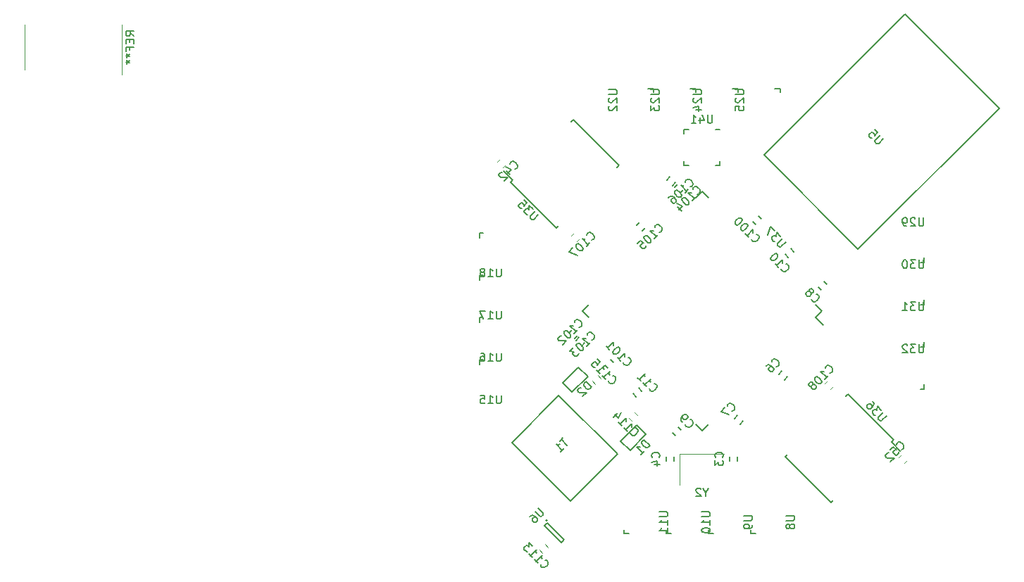
<source format=gbr>
G04 #@! TF.FileFunction,Legend,Bot*
%FSLAX46Y46*%
G04 Gerber Fmt 4.6, Leading zero omitted, Abs format (unit mm)*
G04 Created by KiCad (PCBNEW 4.0.6-e0-6349~53~ubuntu14.04.1) date Mon Mar 20 16:46:31 2017*
%MOMM*%
%LPD*%
G01*
G04 APERTURE LIST*
%ADD10C,0.100000*%
%ADD11C,0.150000*%
%ADD12C,0.120000*%
G04 APERTURE END LIST*
D10*
D11*
X-23015382Y15484695D02*
X-22764359Y15735718D01*
X-17535305Y10004618D02*
X-17284282Y10255641D01*
X-10004618Y17535305D02*
X-10255641Y17284282D01*
X-15484695Y23015382D02*
X-15735718Y22764359D01*
X-23015382Y15484695D02*
X-17535305Y10004618D01*
X-15484695Y23015382D02*
X-10004618Y17535305D01*
X-22764359Y15735718D02*
X-23842697Y16814056D01*
X-2150000Y21835000D02*
X-2150000Y21310000D01*
X2150000Y17535000D02*
X2150000Y18060000D01*
X-2150000Y17535000D02*
X-2150000Y18060000D01*
X2150000Y21835000D02*
X1625000Y21835000D01*
X2150000Y17535000D02*
X1625000Y17535000D01*
X-2150000Y17535000D02*
X-1625000Y17535000D01*
X-2150000Y21835000D02*
X-1625000Y21835000D01*
X-15802893Y-22873961D02*
X-22873961Y-15802893D01*
X-22873961Y-15802893D02*
X-17217107Y-10146039D01*
X-17217107Y-10146039D02*
X-10146039Y-17217107D01*
X-10146039Y-17217107D02*
X-15802893Y-22873961D01*
X14389623Y0D02*
X13647161Y-742462D01*
X0Y14389623D02*
X-742462Y13647161D01*
X-14389623Y0D02*
X-13647161Y742462D01*
X0Y-14389623D02*
X742462Y-13647161D01*
X14389623Y0D02*
X13647161Y742462D01*
X0Y-14389623D02*
X-742462Y-13647161D01*
X-14389623Y0D02*
X-13647161Y-742462D01*
X0Y14389623D02*
X742462Y13647161D01*
X13647161Y-742462D02*
X14566400Y-1661701D01*
X23015382Y-15484695D02*
X22764359Y-15735718D01*
X17535305Y-10004618D02*
X17284282Y-10255641D01*
X10004618Y-17535305D02*
X10255641Y-17284282D01*
X15484695Y-23015382D02*
X15735718Y-22764359D01*
X23015382Y-15484695D02*
X17535305Y-10004618D01*
X15484695Y-23015382D02*
X10004618Y-17535305D01*
X22764359Y-15735718D02*
X23842697Y-16814056D01*
X35732136Y24418427D02*
X24418427Y35732136D01*
X24418427Y35732136D02*
X7447864Y18761573D01*
X7447864Y18761573D02*
X18761573Y7447864D01*
X18761573Y7447864D02*
X35732136Y24418427D01*
X3335000Y-18030000D02*
X3335000Y-17530000D01*
X4285000Y-17530000D02*
X4285000Y-18030000D01*
X-4285000Y-18030000D02*
X-4285000Y-17530000D01*
X-3335000Y-17530000D02*
X-3335000Y-18030000D01*
X6459220Y-26730960D02*
X5849620Y-26730960D01*
X5849620Y-26730960D02*
X5839460Y-26299160D01*
X1379220Y-26730960D02*
X769620Y-26730960D01*
X769620Y-26730960D02*
X759460Y-26299160D01*
X-3700780Y-26730960D02*
X-4310380Y-26730960D01*
X-4310380Y-26730960D02*
X-4320540Y-26299160D01*
X-26730960Y-6459220D02*
X-26730960Y-5849620D01*
X-26730960Y-5849620D02*
X-26299160Y-5839460D01*
X-26730960Y-1379220D02*
X-26730960Y-769620D01*
X-26730960Y-769620D02*
X-26299160Y-759460D01*
X-26730960Y3700780D02*
X-26730960Y4310380D01*
X-26730960Y4310380D02*
X-26299160Y4320540D01*
X-26730960Y8780780D02*
X-26730960Y9390380D01*
X-26730960Y9390380D02*
X-26299160Y9400540D01*
X-6459220Y26730960D02*
X-5849620Y26730960D01*
X-5849620Y26730960D02*
X-5839460Y26299160D01*
X-1379220Y26730960D02*
X-769620Y26730960D01*
X-769620Y26730960D02*
X-759460Y26299160D01*
X3700780Y26730960D02*
X4310380Y26730960D01*
X4310380Y26730960D02*
X4320540Y26299160D01*
X8780780Y26730960D02*
X9390380Y26730960D01*
X9390380Y26730960D02*
X9400540Y26299160D01*
X26730960Y6459220D02*
X26730960Y5849620D01*
X26730960Y5849620D02*
X26299160Y5839460D01*
X26730960Y1379220D02*
X26730960Y769620D01*
X26730960Y769620D02*
X26299160Y759460D01*
X26730960Y-3700780D02*
X26730960Y-4310380D01*
X26730960Y-4310380D02*
X26299160Y-4320540D01*
X26730960Y-8780780D02*
X26730960Y-9390380D01*
X26730960Y-9390380D02*
X26299160Y-9400540D01*
X6444901Y10409348D02*
X6091348Y10762901D01*
X6763099Y11434652D02*
X7116652Y11081099D01*
X-11016901Y-5837348D02*
X-10663348Y-6190901D01*
X-11335099Y-6862652D02*
X-11688652Y-6509099D01*
X-15117652Y-3523901D02*
X-14764099Y-3170348D01*
X-14092348Y-3842099D02*
X-14445901Y-4195652D01*
X-14981348Y-2953099D02*
X-15334901Y-3306652D01*
X-16006652Y-2634901D02*
X-15653099Y-2281348D01*
X-2281348Y14572901D02*
X-2634901Y14219348D01*
X-3306652Y14891099D02*
X-2953099Y15244652D01*
X-6853348Y10000901D02*
X-7206901Y9647348D01*
X-7878652Y10319099D02*
X-7525099Y10672652D01*
X-3170348Y15461901D02*
X-3523901Y15108348D01*
X-4195652Y15780099D02*
X-3842099Y16133652D01*
X9266348Y-7587901D02*
X9619901Y-7234348D01*
X10291652Y-7906099D02*
X9938099Y-8259652D01*
X3932348Y-12921901D02*
X4285901Y-12568348D01*
X4957652Y-13240099D02*
X4604099Y-13593652D01*
X14318901Y2535348D02*
X13965348Y2888901D01*
X14637099Y3560652D02*
X14990652Y3207099D01*
X-2888901Y-13965348D02*
X-2535348Y-14318901D01*
X-3207099Y-14990652D02*
X-3560652Y-14637099D01*
X10381901Y6472348D02*
X10028348Y6825901D01*
X10700099Y7497652D02*
X11053652Y7144099D01*
X-7587901Y-9266348D02*
X-7234348Y-9619901D01*
X-7906099Y-10291652D02*
X-8259652Y-9938099D01*
D12*
X-2650000Y-20900000D02*
X-2650000Y-17200000D01*
X-2650000Y-17200000D02*
X2650000Y-17200000D01*
D11*
X-18599240Y-25185076D02*
G75*
G03X-18599240Y-25185076I-99999J0D01*
G01*
X-18982082Y-25821472D02*
X-18628528Y-25467918D01*
X-16931472Y-27872082D02*
X-18982082Y-25821472D01*
X-16577918Y-27518528D02*
X-16931472Y-27872082D01*
X-18628528Y-25467918D02*
X-16577918Y-27518528D01*
X-8820685Y-14674315D02*
X-7866091Y-13719720D01*
X-7866091Y-13719720D02*
X-6734720Y-14851091D01*
X-6734720Y-14851091D02*
X-8643909Y-16760280D01*
X-8643909Y-16760280D02*
X-9775280Y-15628909D01*
X-9775280Y-15628909D02*
X-8820685Y-14674315D01*
X-15805685Y-7689315D02*
X-14851091Y-6734720D01*
X-14851091Y-6734720D02*
X-13719720Y-7866091D01*
X-13719720Y-7866091D02*
X-15628909Y-9775280D01*
X-15628909Y-9775280D02*
X-16760280Y-8643909D01*
X-16760280Y-8643909D02*
X-15805685Y-7689315D01*
D12*
X-23620883Y17624437D02*
X-23974437Y17270883D01*
X-24639117Y17935563D02*
X-24285563Y18289117D01*
X23620883Y-17624437D02*
X23974437Y-17270883D01*
X24639117Y-17935563D02*
X24285563Y-18289117D01*
X-14730883Y8734437D02*
X-15084437Y8380883D01*
X-15749117Y9045563D02*
X-15395563Y9399117D01*
X14730883Y-8734437D02*
X15084437Y-8380883D01*
X15749117Y-9045563D02*
X15395563Y-9399117D01*
X-19205563Y-29084117D02*
X-19559117Y-28730563D01*
X-18894437Y-28065883D02*
X-18540883Y-28419437D01*
X-8410563Y-13209117D02*
X-8764117Y-12855563D01*
X-8099437Y-12190883D02*
X-7745883Y-12544437D01*
X-12544437Y-7745883D02*
X-12190883Y-8099437D01*
X-12855563Y-8764117D02*
X-13209117Y-8410563D01*
X-69730000Y28410000D02*
X-69730000Y34450000D01*
X-81400000Y29050000D02*
X-81400000Y34450000D01*
D11*
X-8780780Y-26730960D02*
X-9390380Y-26730960D01*
X-9390380Y-26730960D02*
X-9400540Y-26299160D01*
X-19666727Y11602343D02*
X-20239146Y11029923D01*
X-20340162Y10996251D01*
X-20407505Y10996251D01*
X-20508520Y11029923D01*
X-20643208Y11164610D01*
X-20676879Y11265626D01*
X-20676879Y11332969D01*
X-20643208Y11433984D01*
X-20070788Y12006404D01*
X-20340162Y12275778D02*
X-20777895Y12713511D01*
X-20811566Y12208434D01*
X-20912581Y12309450D01*
X-21013597Y12343122D01*
X-21080940Y12343122D01*
X-21181956Y12309450D01*
X-21350315Y12141091D01*
X-21383986Y12040076D01*
X-21383986Y11972732D01*
X-21350315Y11871717D01*
X-21148284Y11669686D01*
X-21047268Y11636014D01*
X-20979925Y11636014D01*
X-21417658Y13353274D02*
X-21080940Y13016556D01*
X-21383986Y12646167D01*
X-21383986Y12713511D01*
X-21417657Y12814526D01*
X-21586017Y12982885D01*
X-21687032Y13016557D01*
X-21754375Y13016557D01*
X-21855391Y12982885D01*
X-22023750Y12814526D01*
X-22057421Y12713511D01*
X-22057421Y12646167D01*
X-22023750Y12545152D01*
X-21855390Y12376793D01*
X-21754375Y12343121D01*
X-21687032Y12343121D01*
X1238095Y23607618D02*
X1238095Y22798094D01*
X1190476Y22702856D01*
X1142857Y22655237D01*
X1047619Y22607618D01*
X857142Y22607618D01*
X761904Y22655237D01*
X714285Y22702856D01*
X666666Y22798094D01*
X666666Y23607618D01*
X-238096Y23274285D02*
X-238096Y22607618D01*
X0Y23655237D02*
X238095Y22940951D01*
X-380953Y22940951D01*
X-1285715Y22607618D02*
X-714286Y22607618D01*
X-1000000Y22607618D02*
X-1000000Y23607618D01*
X-904762Y23464761D01*
X-809524Y23369523D01*
X-714286Y23321904D01*
X-16712030Y-15230474D02*
X-17116091Y-15634535D01*
X-16206953Y-16139611D02*
X-16914060Y-15432504D01*
X-17015076Y-16947733D02*
X-16611015Y-16543672D01*
X-16813045Y-16745702D02*
X-17520152Y-16038596D01*
X-17351793Y-16072267D01*
X-17217106Y-16072267D01*
X-17116091Y-16038596D01*
X10083847Y8332917D02*
X9511428Y7760497D01*
X9410412Y7726825D01*
X9343069Y7726825D01*
X9242054Y7760497D01*
X9107366Y7895184D01*
X9073695Y7996200D01*
X9073695Y8063543D01*
X9107366Y8164558D01*
X9679786Y8736978D01*
X9410412Y9006352D02*
X8972679Y9444085D01*
X8939008Y8939008D01*
X8837993Y9040024D01*
X8736977Y9073696D01*
X8669634Y9073696D01*
X8568618Y9040024D01*
X8400259Y8871665D01*
X8366588Y8770650D01*
X8366588Y8703306D01*
X8400259Y8602291D01*
X8602290Y8400260D01*
X8703306Y8366588D01*
X8770649Y8366588D01*
X8736977Y9679787D02*
X8265573Y10151192D01*
X7861512Y9141039D01*
X22192107Y-12578823D02*
X21619688Y-13151243D01*
X21518672Y-13184915D01*
X21451329Y-13184915D01*
X21350314Y-13151243D01*
X21215626Y-13016556D01*
X21181955Y-12915540D01*
X21181955Y-12848197D01*
X21215626Y-12747182D01*
X21788046Y-12174762D01*
X21518672Y-11905388D02*
X21080939Y-11467655D01*
X21047268Y-11972732D01*
X20946253Y-11871716D01*
X20845237Y-11838044D01*
X20777894Y-11838044D01*
X20676878Y-11871716D01*
X20508519Y-12040075D01*
X20474848Y-12141090D01*
X20474848Y-12208434D01*
X20508519Y-12309449D01*
X20710550Y-12511480D01*
X20811566Y-12545152D01*
X20878909Y-12545152D01*
X20474848Y-10861564D02*
X20609535Y-10996251D01*
X20643207Y-11097266D01*
X20643207Y-11164610D01*
X20609535Y-11332968D01*
X20508520Y-11501327D01*
X20239146Y-11770701D01*
X20138131Y-11804373D01*
X20070787Y-11804373D01*
X19969772Y-11770701D01*
X19835084Y-11636014D01*
X19801413Y-11534999D01*
X19801413Y-11467655D01*
X19835084Y-11366640D01*
X20003443Y-11198281D01*
X20104459Y-11164609D01*
X20171802Y-11164609D01*
X20272817Y-11198281D01*
X20407505Y-11332968D01*
X20441177Y-11433983D01*
X20441177Y-11501327D01*
X20407504Y-11602343D01*
X21808866Y20731370D02*
X21236446Y20158950D01*
X21135431Y20125278D01*
X21068088Y20125278D01*
X20967073Y20158950D01*
X20832385Y20293638D01*
X20798713Y20394653D01*
X20798713Y20461996D01*
X20832385Y20563011D01*
X21404805Y21135431D01*
X20731370Y21808866D02*
X21068088Y21472148D01*
X20765042Y21101760D01*
X20765042Y21169103D01*
X20731371Y21270118D01*
X20563011Y21438477D01*
X20461996Y21472149D01*
X20394653Y21472149D01*
X20293637Y21438477D01*
X20125278Y21270118D01*
X20091607Y21169103D01*
X20091607Y21101760D01*
X20125278Y21000744D01*
X20293638Y20832385D01*
X20394653Y20798713D01*
X20461996Y20798713D01*
X2467143Y-17613334D02*
X2514762Y-17565715D01*
X2562381Y-17422858D01*
X2562381Y-17327620D01*
X2514762Y-17184762D01*
X2419524Y-17089524D01*
X2324286Y-17041905D01*
X2133810Y-16994286D01*
X1990952Y-16994286D01*
X1800476Y-17041905D01*
X1705238Y-17089524D01*
X1610000Y-17184762D01*
X1562381Y-17327620D01*
X1562381Y-17422858D01*
X1610000Y-17565715D01*
X1657619Y-17613334D01*
X1562381Y-17946667D02*
X1562381Y-18565715D01*
X1943333Y-18232381D01*
X1943333Y-18375239D01*
X1990952Y-18470477D01*
X2038571Y-18518096D01*
X2133810Y-18565715D01*
X2371905Y-18565715D01*
X2467143Y-18518096D01*
X2514762Y-18470477D01*
X2562381Y-18375239D01*
X2562381Y-18089524D01*
X2514762Y-17994286D01*
X2467143Y-17946667D01*
X-5152857Y-17613334D02*
X-5105238Y-17565715D01*
X-5057619Y-17422858D01*
X-5057619Y-17327620D01*
X-5105238Y-17184762D01*
X-5200476Y-17089524D01*
X-5295714Y-17041905D01*
X-5486190Y-16994286D01*
X-5629048Y-16994286D01*
X-5819524Y-17041905D01*
X-5914762Y-17089524D01*
X-6010000Y-17184762D01*
X-6057619Y-17327620D01*
X-6057619Y-17422858D01*
X-6010000Y-17565715D01*
X-5962381Y-17613334D01*
X-5724286Y-18470477D02*
X-5057619Y-18470477D01*
X-6105238Y-18232381D02*
X-5390952Y-17994286D01*
X-5390952Y-18613334D01*
X10122921Y-24627935D02*
X10932445Y-24627935D01*
X11027683Y-24675554D01*
X11075302Y-24723173D01*
X11122921Y-24818411D01*
X11122921Y-25008888D01*
X11075302Y-25104126D01*
X11027683Y-25151745D01*
X10932445Y-25199364D01*
X10122921Y-25199364D01*
X10551492Y-25818411D02*
X10503873Y-25723173D01*
X10456254Y-25675554D01*
X10361016Y-25627935D01*
X10313397Y-25627935D01*
X10218159Y-25675554D01*
X10170540Y-25723173D01*
X10122921Y-25818411D01*
X10122921Y-26008888D01*
X10170540Y-26104126D01*
X10218159Y-26151745D01*
X10313397Y-26199364D01*
X10361016Y-26199364D01*
X10456254Y-26151745D01*
X10503873Y-26104126D01*
X10551492Y-26008888D01*
X10551492Y-25818411D01*
X10599111Y-25723173D01*
X10646730Y-25675554D01*
X10741969Y-25627935D01*
X10932445Y-25627935D01*
X11027683Y-25675554D01*
X11075302Y-25723173D01*
X11122921Y-25818411D01*
X11122921Y-26008888D01*
X11075302Y-26104126D01*
X11027683Y-26151745D01*
X10932445Y-26199364D01*
X10741969Y-26199364D01*
X10646730Y-26151745D01*
X10599111Y-26104126D01*
X10551492Y-26008888D01*
X5042921Y-24627935D02*
X5852445Y-24627935D01*
X5947683Y-24675554D01*
X5995302Y-24723173D01*
X6042921Y-24818411D01*
X6042921Y-25008888D01*
X5995302Y-25104126D01*
X5947683Y-25151745D01*
X5852445Y-25199364D01*
X5042921Y-25199364D01*
X6042921Y-25723173D02*
X6042921Y-25913649D01*
X5995302Y-26008888D01*
X5947683Y-26056507D01*
X5804826Y-26151745D01*
X5614350Y-26199364D01*
X5233397Y-26199364D01*
X5138159Y-26151745D01*
X5090540Y-26104126D01*
X5042921Y-26008888D01*
X5042921Y-25818411D01*
X5090540Y-25723173D01*
X5138159Y-25675554D01*
X5233397Y-25627935D01*
X5471492Y-25627935D01*
X5566730Y-25675554D01*
X5614350Y-25723173D01*
X5661969Y-25818411D01*
X5661969Y-26008888D01*
X5614350Y-26104126D01*
X5566730Y-26151745D01*
X5471492Y-26199364D01*
X-37079Y-24151745D02*
X772445Y-24151745D01*
X867683Y-24199364D01*
X915302Y-24246983D01*
X962921Y-24342221D01*
X962921Y-24532698D01*
X915302Y-24627936D01*
X867683Y-24675555D01*
X772445Y-24723174D01*
X-37079Y-24723174D01*
X962921Y-25723174D02*
X962921Y-25151745D01*
X962921Y-25437459D02*
X-37079Y-25437459D01*
X105778Y-25342221D01*
X201016Y-25246983D01*
X248635Y-25151745D01*
X-37079Y-26342221D02*
X-37079Y-26437460D01*
X10540Y-26532698D01*
X58159Y-26580317D01*
X153397Y-26627936D01*
X343873Y-26675555D01*
X581969Y-26675555D01*
X772445Y-26627936D01*
X867683Y-26580317D01*
X915302Y-26532698D01*
X962921Y-26437460D01*
X962921Y-26342221D01*
X915302Y-26246983D01*
X867683Y-26199364D01*
X772445Y-26151745D01*
X581969Y-26104126D01*
X343873Y-26104126D01*
X153397Y-26151745D01*
X58159Y-26199364D01*
X10540Y-26246983D01*
X-37079Y-26342221D01*
X-24151745Y-10122921D02*
X-24151745Y-10932445D01*
X-24199364Y-11027683D01*
X-24246983Y-11075302D01*
X-24342221Y-11122921D01*
X-24532698Y-11122921D01*
X-24627936Y-11075302D01*
X-24675555Y-11027683D01*
X-24723174Y-10932445D01*
X-24723174Y-10122921D01*
X-25723174Y-11122921D02*
X-25151745Y-11122921D01*
X-25437459Y-11122921D02*
X-25437459Y-10122921D01*
X-25342221Y-10265778D01*
X-25246983Y-10361016D01*
X-25151745Y-10408635D01*
X-26627936Y-10122921D02*
X-26151745Y-10122921D01*
X-26104126Y-10599111D01*
X-26151745Y-10551492D01*
X-26246983Y-10503873D01*
X-26485079Y-10503873D01*
X-26580317Y-10551492D01*
X-26627936Y-10599111D01*
X-26675555Y-10694350D01*
X-26675555Y-10932445D01*
X-26627936Y-11027683D01*
X-26580317Y-11075302D01*
X-26485079Y-11122921D01*
X-26246983Y-11122921D01*
X-26151745Y-11075302D01*
X-26104126Y-11027683D01*
X-24151745Y-5042921D02*
X-24151745Y-5852445D01*
X-24199364Y-5947683D01*
X-24246983Y-5995302D01*
X-24342221Y-6042921D01*
X-24532698Y-6042921D01*
X-24627936Y-5995302D01*
X-24675555Y-5947683D01*
X-24723174Y-5852445D01*
X-24723174Y-5042921D01*
X-25723174Y-6042921D02*
X-25151745Y-6042921D01*
X-25437459Y-6042921D02*
X-25437459Y-5042921D01*
X-25342221Y-5185778D01*
X-25246983Y-5281016D01*
X-25151745Y-5328635D01*
X-26580317Y-5042921D02*
X-26389840Y-5042921D01*
X-26294602Y-5090540D01*
X-26246983Y-5138159D01*
X-26151745Y-5281016D01*
X-26104126Y-5471492D01*
X-26104126Y-5852445D01*
X-26151745Y-5947683D01*
X-26199364Y-5995302D01*
X-26294602Y-6042921D01*
X-26485079Y-6042921D01*
X-26580317Y-5995302D01*
X-26627936Y-5947683D01*
X-26675555Y-5852445D01*
X-26675555Y-5614350D01*
X-26627936Y-5519111D01*
X-26580317Y-5471492D01*
X-26485079Y-5423873D01*
X-26294602Y-5423873D01*
X-26199364Y-5471492D01*
X-26151745Y-5519111D01*
X-26104126Y-5614350D01*
X-24151745Y37079D02*
X-24151745Y-772445D01*
X-24199364Y-867683D01*
X-24246983Y-915302D01*
X-24342221Y-962921D01*
X-24532698Y-962921D01*
X-24627936Y-915302D01*
X-24675555Y-867683D01*
X-24723174Y-772445D01*
X-24723174Y37079D01*
X-25723174Y-962921D02*
X-25151745Y-962921D01*
X-25437459Y-962921D02*
X-25437459Y37079D01*
X-25342221Y-105778D01*
X-25246983Y-201016D01*
X-25151745Y-248635D01*
X-26056507Y37079D02*
X-26723174Y37079D01*
X-26294602Y-962921D01*
X-24151745Y5117079D02*
X-24151745Y4307555D01*
X-24199364Y4212317D01*
X-24246983Y4164698D01*
X-24342221Y4117079D01*
X-24532698Y4117079D01*
X-24627936Y4164698D01*
X-24675555Y4212317D01*
X-24723174Y4307555D01*
X-24723174Y5117079D01*
X-25723174Y4117079D02*
X-25151745Y4117079D01*
X-25437459Y4117079D02*
X-25437459Y5117079D01*
X-25342221Y4974222D01*
X-25246983Y4878984D01*
X-25151745Y4831365D01*
X-26294602Y4688508D02*
X-26199364Y4736127D01*
X-26151745Y4783746D01*
X-26104126Y4878984D01*
X-26104126Y4926603D01*
X-26151745Y5021841D01*
X-26199364Y5069460D01*
X-26294602Y5117079D01*
X-26485079Y5117079D01*
X-26580317Y5069460D01*
X-26627936Y5021841D01*
X-26675555Y4926603D01*
X-26675555Y4878984D01*
X-26627936Y4783746D01*
X-26580317Y4736127D01*
X-26485079Y4688508D01*
X-26294602Y4688508D01*
X-26199364Y4640889D01*
X-26151745Y4593270D01*
X-26104126Y4498031D01*
X-26104126Y4307555D01*
X-26151745Y4212317D01*
X-26199364Y4164698D01*
X-26294602Y4117079D01*
X-26485079Y4117079D01*
X-26580317Y4164698D01*
X-26627936Y4212317D01*
X-26675555Y4307555D01*
X-26675555Y4498031D01*
X-26627936Y4593270D01*
X-26580317Y4640889D01*
X-26485079Y4688508D01*
X-11218159Y26627935D02*
X-10408635Y26627935D01*
X-10313397Y26580316D01*
X-10265778Y26532697D01*
X-10218159Y26437459D01*
X-10218159Y26246982D01*
X-10265778Y26151744D01*
X-10313397Y26104125D01*
X-10408635Y26056506D01*
X-11218159Y26056506D01*
X-11122921Y25627935D02*
X-11170540Y25580316D01*
X-11218159Y25485078D01*
X-11218159Y25246982D01*
X-11170540Y25151744D01*
X-11122921Y25104125D01*
X-11027683Y25056506D01*
X-10932445Y25056506D01*
X-10789588Y25104125D01*
X-10218159Y25675554D01*
X-10218159Y25056506D01*
X-11122921Y24675554D02*
X-11170540Y24627935D01*
X-11218159Y24532697D01*
X-11218159Y24294601D01*
X-11170540Y24199363D01*
X-11122921Y24151744D01*
X-11027683Y24104125D01*
X-10932445Y24104125D01*
X-10789588Y24151744D01*
X-10218159Y24723173D01*
X-10218159Y24104125D01*
X-6138159Y26627935D02*
X-5328635Y26627935D01*
X-5233397Y26580316D01*
X-5185778Y26532697D01*
X-5138159Y26437459D01*
X-5138159Y26246982D01*
X-5185778Y26151744D01*
X-5233397Y26104125D01*
X-5328635Y26056506D01*
X-6138159Y26056506D01*
X-6042921Y25627935D02*
X-6090540Y25580316D01*
X-6138159Y25485078D01*
X-6138159Y25246982D01*
X-6090540Y25151744D01*
X-6042921Y25104125D01*
X-5947683Y25056506D01*
X-5852445Y25056506D01*
X-5709588Y25104125D01*
X-5138159Y25675554D01*
X-5138159Y25056506D01*
X-6138159Y24723173D02*
X-6138159Y24104125D01*
X-5757207Y24437459D01*
X-5757207Y24294601D01*
X-5709588Y24199363D01*
X-5661969Y24151744D01*
X-5566730Y24104125D01*
X-5328635Y24104125D01*
X-5233397Y24151744D01*
X-5185778Y24199363D01*
X-5138159Y24294601D01*
X-5138159Y24580316D01*
X-5185778Y24675554D01*
X-5233397Y24723173D01*
X-1058159Y26627935D02*
X-248635Y26627935D01*
X-153397Y26580316D01*
X-105778Y26532697D01*
X-58159Y26437459D01*
X-58159Y26246982D01*
X-105778Y26151744D01*
X-153397Y26104125D01*
X-248635Y26056506D01*
X-1058159Y26056506D01*
X-962921Y25627935D02*
X-1010540Y25580316D01*
X-1058159Y25485078D01*
X-1058159Y25246982D01*
X-1010540Y25151744D01*
X-962921Y25104125D01*
X-867683Y25056506D01*
X-772445Y25056506D01*
X-629588Y25104125D01*
X-58159Y25675554D01*
X-58159Y25056506D01*
X-724826Y24199363D02*
X-58159Y24199363D01*
X-1105778Y24437459D02*
X-391492Y24675554D01*
X-391492Y24056506D01*
X4021841Y26627935D02*
X4831365Y26627935D01*
X4926603Y26580316D01*
X4974222Y26532697D01*
X5021841Y26437459D01*
X5021841Y26246982D01*
X4974222Y26151744D01*
X4926603Y26104125D01*
X4831365Y26056506D01*
X4021841Y26056506D01*
X4117079Y25627935D02*
X4069460Y25580316D01*
X4021841Y25485078D01*
X4021841Y25246982D01*
X4069460Y25151744D01*
X4117079Y25104125D01*
X4212317Y25056506D01*
X4307555Y25056506D01*
X4450412Y25104125D01*
X5021841Y25675554D01*
X5021841Y25056506D01*
X4021841Y24151744D02*
X4021841Y24627935D01*
X4498031Y24675554D01*
X4450412Y24627935D01*
X4402793Y24532697D01*
X4402793Y24294601D01*
X4450412Y24199363D01*
X4498031Y24151744D01*
X4593270Y24104125D01*
X4831365Y24104125D01*
X4926603Y24151744D01*
X4974222Y24199363D01*
X5021841Y24294601D01*
X5021841Y24532697D01*
X4974222Y24627935D01*
X4926603Y24675554D01*
X26627935Y11218159D02*
X26627935Y10408635D01*
X26580316Y10313397D01*
X26532697Y10265778D01*
X26437459Y10218159D01*
X26246982Y10218159D01*
X26151744Y10265778D01*
X26104125Y10313397D01*
X26056506Y10408635D01*
X26056506Y11218159D01*
X25627935Y11122921D02*
X25580316Y11170540D01*
X25485078Y11218159D01*
X25246982Y11218159D01*
X25151744Y11170540D01*
X25104125Y11122921D01*
X25056506Y11027683D01*
X25056506Y10932445D01*
X25104125Y10789588D01*
X25675554Y10218159D01*
X25056506Y10218159D01*
X24580316Y10218159D02*
X24389840Y10218159D01*
X24294601Y10265778D01*
X24246982Y10313397D01*
X24151744Y10456254D01*
X24104125Y10646730D01*
X24104125Y11027683D01*
X24151744Y11122921D01*
X24199363Y11170540D01*
X24294601Y11218159D01*
X24485078Y11218159D01*
X24580316Y11170540D01*
X24627935Y11122921D01*
X24675554Y11027683D01*
X24675554Y10789588D01*
X24627935Y10694350D01*
X24580316Y10646730D01*
X24485078Y10599111D01*
X24294601Y10599111D01*
X24199363Y10646730D01*
X24151744Y10694350D01*
X24104125Y10789588D01*
X26627935Y6138159D02*
X26627935Y5328635D01*
X26580316Y5233397D01*
X26532697Y5185778D01*
X26437459Y5138159D01*
X26246982Y5138159D01*
X26151744Y5185778D01*
X26104125Y5233397D01*
X26056506Y5328635D01*
X26056506Y6138159D01*
X25675554Y6138159D02*
X25056506Y6138159D01*
X25389840Y5757207D01*
X25246982Y5757207D01*
X25151744Y5709588D01*
X25104125Y5661969D01*
X25056506Y5566730D01*
X25056506Y5328635D01*
X25104125Y5233397D01*
X25151744Y5185778D01*
X25246982Y5138159D01*
X25532697Y5138159D01*
X25627935Y5185778D01*
X25675554Y5233397D01*
X24437459Y6138159D02*
X24342220Y6138159D01*
X24246982Y6090540D01*
X24199363Y6042921D01*
X24151744Y5947683D01*
X24104125Y5757207D01*
X24104125Y5519111D01*
X24151744Y5328635D01*
X24199363Y5233397D01*
X24246982Y5185778D01*
X24342220Y5138159D01*
X24437459Y5138159D01*
X24532697Y5185778D01*
X24580316Y5233397D01*
X24627935Y5328635D01*
X24675554Y5519111D01*
X24675554Y5757207D01*
X24627935Y5947683D01*
X24580316Y6042921D01*
X24532697Y6090540D01*
X24437459Y6138159D01*
X26627935Y1058159D02*
X26627935Y248635D01*
X26580316Y153397D01*
X26532697Y105778D01*
X26437459Y58159D01*
X26246982Y58159D01*
X26151744Y105778D01*
X26104125Y153397D01*
X26056506Y248635D01*
X26056506Y1058159D01*
X25675554Y1058159D02*
X25056506Y1058159D01*
X25389840Y677207D01*
X25246982Y677207D01*
X25151744Y629588D01*
X25104125Y581969D01*
X25056506Y486730D01*
X25056506Y248635D01*
X25104125Y153397D01*
X25151744Y105778D01*
X25246982Y58159D01*
X25532697Y58159D01*
X25627935Y105778D01*
X25675554Y153397D01*
X24104125Y58159D02*
X24675554Y58159D01*
X24389840Y58159D02*
X24389840Y1058159D01*
X24485078Y915302D01*
X24580316Y820064D01*
X24675554Y772445D01*
X26627935Y-4021841D02*
X26627935Y-4831365D01*
X26580316Y-4926603D01*
X26532697Y-4974222D01*
X26437459Y-5021841D01*
X26246982Y-5021841D01*
X26151744Y-4974222D01*
X26104125Y-4926603D01*
X26056506Y-4831365D01*
X26056506Y-4021841D01*
X25675554Y-4021841D02*
X25056506Y-4021841D01*
X25389840Y-4402793D01*
X25246982Y-4402793D01*
X25151744Y-4450412D01*
X25104125Y-4498031D01*
X25056506Y-4593270D01*
X25056506Y-4831365D01*
X25104125Y-4926603D01*
X25151744Y-4974222D01*
X25246982Y-5021841D01*
X25532697Y-5021841D01*
X25627935Y-4974222D01*
X25675554Y-4926603D01*
X24675554Y-4117079D02*
X24627935Y-4069460D01*
X24532697Y-4021841D01*
X24294601Y-4021841D01*
X24199363Y-4069460D01*
X24151744Y-4117079D01*
X24104125Y-4212317D01*
X24104125Y-4307555D01*
X24151744Y-4450412D01*
X24723173Y-5021841D01*
X24104125Y-5021841D01*
X5940665Y8676094D02*
X5940665Y8608751D01*
X6008009Y8474064D01*
X6075352Y8406720D01*
X6210040Y8339376D01*
X6344727Y8339376D01*
X6445742Y8373048D01*
X6614101Y8474063D01*
X6715116Y8575079D01*
X6816132Y8743437D01*
X6849803Y8844453D01*
X6849803Y8979140D01*
X6782459Y9113827D01*
X6715116Y9181171D01*
X6580429Y9248514D01*
X6513085Y9248514D01*
X5199887Y9282186D02*
X5603948Y8878124D01*
X5401918Y9080155D02*
X6109025Y9787261D01*
X6075353Y9618903D01*
X6075353Y9484216D01*
X6109025Y9383201D01*
X5469261Y10427025D02*
X5401917Y10494369D01*
X5300902Y10528041D01*
X5233559Y10528041D01*
X5132544Y10494369D01*
X4964185Y10393354D01*
X4795826Y10224994D01*
X4694811Y10056636D01*
X4661139Y9955621D01*
X4661139Y9888277D01*
X4694811Y9787262D01*
X4762155Y9719918D01*
X4863170Y9686246D01*
X4930513Y9686246D01*
X5031528Y9719918D01*
X5199887Y9820933D01*
X5368246Y9989292D01*
X5469261Y10157651D01*
X5502933Y10258666D01*
X5502933Y10326010D01*
X5469261Y10427025D01*
X4795826Y11100460D02*
X4728482Y11167804D01*
X4627467Y11201476D01*
X4560124Y11201476D01*
X4459108Y11167804D01*
X4290750Y11066789D01*
X4122391Y10898430D01*
X4021375Y10730071D01*
X3987704Y10629056D01*
X3987704Y10561712D01*
X4021375Y10460697D01*
X4088720Y10393353D01*
X4189735Y10359681D01*
X4257078Y10359681D01*
X4358093Y10393353D01*
X4526452Y10494368D01*
X4694811Y10662728D01*
X4795826Y10831086D01*
X4829498Y10932101D01*
X4829498Y10999445D01*
X4795826Y11100460D01*
X-9435171Y-6191742D02*
X-9435171Y-6259085D01*
X-9367827Y-6393772D01*
X-9300484Y-6461116D01*
X-9165796Y-6528460D01*
X-9031109Y-6528460D01*
X-8930094Y-6494788D01*
X-8761735Y-6393773D01*
X-8660720Y-6292757D01*
X-8559704Y-6124399D01*
X-8526033Y-6023383D01*
X-8526033Y-5888696D01*
X-8593377Y-5754009D01*
X-8660720Y-5686665D01*
X-8795407Y-5619322D01*
X-8862751Y-5619322D01*
X-10175949Y-5585650D02*
X-9771888Y-5989712D01*
X-9973918Y-5787681D02*
X-9266811Y-5080575D01*
X-9300483Y-5248933D01*
X-9300483Y-5383620D01*
X-9266811Y-5484635D01*
X-9906575Y-4440811D02*
X-9973919Y-4373467D01*
X-10074934Y-4339795D01*
X-10142277Y-4339795D01*
X-10243292Y-4373467D01*
X-10411651Y-4474482D01*
X-10580010Y-4642842D01*
X-10681025Y-4811200D01*
X-10714697Y-4912215D01*
X-10714697Y-4979559D01*
X-10681025Y-5080574D01*
X-10613681Y-5147918D01*
X-10512666Y-5181590D01*
X-10445323Y-5181590D01*
X-10344308Y-5147918D01*
X-10175949Y-5046903D01*
X-10007590Y-4878544D01*
X-9906575Y-4710185D01*
X-9872903Y-4609170D01*
X-9872903Y-4541826D01*
X-9906575Y-4440811D01*
X-11522819Y-4238780D02*
X-11118758Y-4642842D01*
X-11320788Y-4440811D02*
X-10613681Y-3733704D01*
X-10647353Y-3902063D01*
X-10647353Y-4036750D01*
X-10613681Y-4137765D01*
X-14763258Y-1942171D02*
X-14695915Y-1942171D01*
X-14561228Y-1874827D01*
X-14493884Y-1807484D01*
X-14426540Y-1672796D01*
X-14426540Y-1538109D01*
X-14460212Y-1437094D01*
X-14561227Y-1268735D01*
X-14662243Y-1167720D01*
X-14830601Y-1066704D01*
X-14931617Y-1033033D01*
X-15066304Y-1033033D01*
X-15200991Y-1100377D01*
X-15268335Y-1167720D01*
X-15335678Y-1302407D01*
X-15335678Y-1369751D01*
X-15369350Y-2682949D02*
X-14965288Y-2278888D01*
X-15167319Y-2480918D02*
X-15874425Y-1773811D01*
X-15706067Y-1807483D01*
X-15571380Y-1807483D01*
X-15470365Y-1773811D01*
X-16514189Y-2413575D02*
X-16581533Y-2480919D01*
X-16615205Y-2581934D01*
X-16615205Y-2649277D01*
X-16581533Y-2750292D01*
X-16480518Y-2918651D01*
X-16312158Y-3087010D01*
X-16143800Y-3188025D01*
X-16042785Y-3221697D01*
X-15975441Y-3221697D01*
X-15874426Y-3188025D01*
X-15807082Y-3120681D01*
X-15773410Y-3019666D01*
X-15773410Y-2952323D01*
X-15807082Y-2851308D01*
X-15908097Y-2682949D01*
X-16076456Y-2514590D01*
X-16244815Y-2413575D01*
X-16345830Y-2379903D01*
X-16413174Y-2379903D01*
X-16514189Y-2413575D01*
X-16951922Y-2985994D02*
X-17019265Y-2985994D01*
X-17120280Y-3019666D01*
X-17288640Y-3188025D01*
X-17322311Y-3289041D01*
X-17322311Y-3356384D01*
X-17288640Y-3457399D01*
X-17221296Y-3524743D01*
X-17086609Y-3592086D01*
X-16278487Y-3592086D01*
X-16716220Y-4029819D01*
X-13248094Y-3457335D02*
X-13180751Y-3457335D01*
X-13046064Y-3389991D01*
X-12978720Y-3322648D01*
X-12911376Y-3187960D01*
X-12911376Y-3053273D01*
X-12945048Y-2952258D01*
X-13046063Y-2783899D01*
X-13147079Y-2682884D01*
X-13315437Y-2581868D01*
X-13416453Y-2548197D01*
X-13551140Y-2548197D01*
X-13685827Y-2615541D01*
X-13753171Y-2682884D01*
X-13820514Y-2817571D01*
X-13820514Y-2884915D01*
X-13854186Y-4198113D02*
X-13450124Y-3794052D01*
X-13652155Y-3996082D02*
X-14359261Y-3288975D01*
X-14190903Y-3322647D01*
X-14056216Y-3322647D01*
X-13955201Y-3288975D01*
X-14999025Y-3928739D02*
X-15066369Y-3996083D01*
X-15100041Y-4097098D01*
X-15100041Y-4164441D01*
X-15066369Y-4265456D01*
X-14965354Y-4433815D01*
X-14796994Y-4602174D01*
X-14628636Y-4703189D01*
X-14527621Y-4736861D01*
X-14460277Y-4736861D01*
X-14359262Y-4703189D01*
X-14291918Y-4635845D01*
X-14258246Y-4534830D01*
X-14258246Y-4467487D01*
X-14291918Y-4366472D01*
X-14392933Y-4198113D01*
X-14561292Y-4029754D01*
X-14729651Y-3928739D01*
X-14830666Y-3895067D01*
X-14898010Y-3895067D01*
X-14999025Y-3928739D01*
X-15470430Y-4400143D02*
X-15908163Y-4837876D01*
X-15403086Y-4871547D01*
X-15504102Y-4972563D01*
X-15537774Y-5073578D01*
X-15537774Y-5140922D01*
X-15504101Y-5241938D01*
X-15335743Y-5410296D01*
X-15234728Y-5443968D01*
X-15167384Y-5443968D01*
X-15066369Y-5410296D01*
X-14864338Y-5208265D01*
X-14830666Y-5107250D01*
X-14830666Y-5039907D01*
X-548094Y14068665D02*
X-480751Y14068665D01*
X-346064Y14136009D01*
X-278720Y14203352D01*
X-211376Y14338040D01*
X-211376Y14472727D01*
X-245048Y14573742D01*
X-346063Y14742101D01*
X-447079Y14843116D01*
X-615437Y14944132D01*
X-716453Y14977803D01*
X-851140Y14977803D01*
X-985827Y14910459D01*
X-1053171Y14843116D01*
X-1120514Y14708429D01*
X-1120514Y14641085D01*
X-1154186Y13327887D02*
X-750124Y13731948D01*
X-952155Y13529918D02*
X-1659261Y14237025D01*
X-1490903Y14203353D01*
X-1356216Y14203353D01*
X-1255201Y14237025D01*
X-2299025Y13597261D02*
X-2366369Y13529917D01*
X-2400041Y13428902D01*
X-2400041Y13361559D01*
X-2366369Y13260544D01*
X-2265354Y13092185D01*
X-2096994Y12923826D01*
X-1928636Y12822811D01*
X-1827621Y12789139D01*
X-1760277Y12789139D01*
X-1659262Y12822811D01*
X-1591918Y12890155D01*
X-1558246Y12991170D01*
X-1558246Y13058513D01*
X-1591918Y13159528D01*
X-1692933Y13327887D01*
X-1861292Y13496246D01*
X-2029651Y13597261D01*
X-2130666Y13630933D01*
X-2198010Y13630933D01*
X-2299025Y13597261D01*
X-2905117Y12519765D02*
X-2433712Y12048360D01*
X-3006132Y12957498D02*
X-2332696Y12620780D01*
X-2770430Y12183047D01*
X-5120094Y9496665D02*
X-5052751Y9496665D01*
X-4918064Y9564009D01*
X-4850720Y9631352D01*
X-4783376Y9766040D01*
X-4783376Y9900727D01*
X-4817048Y10001742D01*
X-4918063Y10170101D01*
X-5019079Y10271116D01*
X-5187437Y10372132D01*
X-5288453Y10405803D01*
X-5423140Y10405803D01*
X-5557827Y10338459D01*
X-5625171Y10271116D01*
X-5692514Y10136429D01*
X-5692514Y10069085D01*
X-5726186Y8755887D02*
X-5322124Y9159948D01*
X-5524155Y8957918D02*
X-6231261Y9665025D01*
X-6062903Y9631353D01*
X-5928216Y9631353D01*
X-5827201Y9665025D01*
X-6871025Y9025261D02*
X-6938369Y8957917D01*
X-6972041Y8856902D01*
X-6972041Y8789559D01*
X-6938369Y8688544D01*
X-6837354Y8520185D01*
X-6668994Y8351826D01*
X-6500636Y8250811D01*
X-6399621Y8217139D01*
X-6332277Y8217139D01*
X-6231262Y8250811D01*
X-6163918Y8318155D01*
X-6130246Y8419170D01*
X-6130246Y8486513D01*
X-6163918Y8587528D01*
X-6264933Y8755887D01*
X-6433292Y8924246D01*
X-6601651Y9025261D01*
X-6702666Y9058933D01*
X-6770010Y9058933D01*
X-6871025Y9025261D01*
X-7746491Y8149795D02*
X-7409773Y8486513D01*
X-7039384Y8183468D01*
X-7106728Y8183468D01*
X-7207743Y8149796D01*
X-7376102Y7981437D01*
X-7409774Y7880422D01*
X-7409774Y7813078D01*
X-7376101Y7712062D01*
X-7207743Y7543704D01*
X-7106728Y7510032D01*
X-7039384Y7510032D01*
X-6938369Y7543704D01*
X-6770010Y7712063D01*
X-6736338Y7813078D01*
X-6736338Y7880422D01*
X-1437094Y14957665D02*
X-1369751Y14957665D01*
X-1235064Y15025009D01*
X-1167720Y15092352D01*
X-1100376Y15227040D01*
X-1100376Y15361727D01*
X-1134048Y15462742D01*
X-1235063Y15631101D01*
X-1336079Y15732116D01*
X-1504437Y15833132D01*
X-1605453Y15866803D01*
X-1740140Y15866803D01*
X-1874827Y15799459D01*
X-1942171Y15732116D01*
X-2009514Y15597429D01*
X-2009514Y15530085D01*
X-2043186Y14216887D02*
X-1639124Y14620948D01*
X-1841155Y14418918D02*
X-2548261Y15126025D01*
X-2379903Y15092353D01*
X-2245216Y15092353D01*
X-2144201Y15126025D01*
X-3188025Y14486261D02*
X-3255369Y14418917D01*
X-3289041Y14317902D01*
X-3289041Y14250559D01*
X-3255369Y14149544D01*
X-3154354Y13981185D01*
X-2985994Y13812826D01*
X-2817636Y13711811D01*
X-2716621Y13678139D01*
X-2649277Y13678139D01*
X-2548262Y13711811D01*
X-2480918Y13779155D01*
X-2447246Y13880170D01*
X-2447246Y13947513D01*
X-2480918Y14048528D01*
X-2581933Y14216887D01*
X-2750292Y14385246D01*
X-2918651Y14486261D01*
X-3019666Y14519933D01*
X-3087010Y14519933D01*
X-3188025Y14486261D01*
X-4029819Y13644467D02*
X-3895132Y13779155D01*
X-3794116Y13812826D01*
X-3726773Y13812826D01*
X-3558414Y13779155D01*
X-3390056Y13678140D01*
X-3120681Y13408765D01*
X-3087010Y13307750D01*
X-3087010Y13240406D01*
X-3120681Y13139391D01*
X-3255369Y13004704D01*
X-3356384Y12971032D01*
X-3423728Y12971032D01*
X-3524743Y13004704D01*
X-3693101Y13173062D01*
X-3726774Y13274078D01*
X-3726774Y13341422D01*
X-3693102Y13442437D01*
X-3558414Y13577124D01*
X-3457399Y13610796D01*
X-3390056Y13610796D01*
X-3289040Y13577124D01*
X8947307Y-6679606D02*
X9014650Y-6679606D01*
X9149337Y-6612262D01*
X9216681Y-6544919D01*
X9284025Y-6410231D01*
X9284025Y-6275544D01*
X9250353Y-6174529D01*
X9149338Y-6006171D01*
X9048322Y-5905155D01*
X8879963Y-5804140D01*
X8778948Y-5770468D01*
X8644261Y-5770468D01*
X8509574Y-5837812D01*
X8442230Y-5905155D01*
X8374887Y-6039842D01*
X8374887Y-6107186D01*
X7701452Y-6645934D02*
X7836140Y-6511246D01*
X7937155Y-6477575D01*
X8004498Y-6477575D01*
X8172857Y-6511246D01*
X8341215Y-6612261D01*
X8610590Y-6881636D01*
X8644261Y-6982651D01*
X8644261Y-7049994D01*
X8610590Y-7151010D01*
X8475902Y-7285697D01*
X8374887Y-7319369D01*
X8307544Y-7319369D01*
X8206528Y-7285697D01*
X8038170Y-7117339D01*
X8004497Y-7016323D01*
X8004497Y-6948979D01*
X8038169Y-6847964D01*
X8172857Y-6713277D01*
X8273872Y-6679605D01*
X8341215Y-6679605D01*
X8442231Y-6713277D01*
X3613307Y-12013606D02*
X3680650Y-12013606D01*
X3815337Y-11946262D01*
X3882681Y-11878919D01*
X3950025Y-11744231D01*
X3950025Y-11609544D01*
X3916353Y-11508529D01*
X3815338Y-11340171D01*
X3714322Y-11239155D01*
X3545963Y-11138140D01*
X3444948Y-11104468D01*
X3310261Y-11104468D01*
X3175574Y-11171812D01*
X3108230Y-11239155D01*
X3040887Y-11373842D01*
X3040887Y-11441186D01*
X2737842Y-11609544D02*
X2266437Y-12080949D01*
X3276590Y-12485010D01*
X13141230Y1475529D02*
X13141230Y1408186D01*
X13208574Y1273499D01*
X13275917Y1206155D01*
X13410605Y1138811D01*
X13545292Y1138811D01*
X13646307Y1172483D01*
X13814665Y1273498D01*
X13915681Y1374514D01*
X14016696Y1542873D01*
X14050368Y1643888D01*
X14050368Y1778575D01*
X13983024Y1913262D01*
X13915681Y1980606D01*
X13780994Y2047949D01*
X13713650Y2047949D01*
X13073888Y2216308D02*
X13174903Y2182636D01*
X13242246Y2182636D01*
X13343261Y2216308D01*
X13376933Y2249979D01*
X13410605Y2350994D01*
X13410605Y2418338D01*
X13376933Y2519353D01*
X13242246Y2654041D01*
X13141230Y2687712D01*
X13073887Y2687712D01*
X12972872Y2654041D01*
X12939200Y2620369D01*
X12905528Y2519354D01*
X12905528Y2452010D01*
X12939200Y2350995D01*
X13073888Y2216308D01*
X13107559Y2115292D01*
X13107559Y2047949D01*
X13073887Y1946933D01*
X12939200Y1812246D01*
X12838185Y1778575D01*
X12770842Y1778575D01*
X12669826Y1812246D01*
X12535139Y1946934D01*
X12501467Y2047949D01*
X12501467Y2115292D01*
X12535139Y2216308D01*
X12669826Y2350994D01*
X12770842Y2384667D01*
X12838185Y2384667D01*
X12939200Y2350995D01*
X-1980606Y-13646307D02*
X-1980606Y-13713650D01*
X-1913262Y-13848337D01*
X-1845919Y-13915681D01*
X-1711231Y-13983025D01*
X-1576544Y-13983025D01*
X-1475529Y-13949353D01*
X-1307171Y-13848338D01*
X-1206155Y-13747322D01*
X-1105140Y-13578963D01*
X-1071468Y-13477948D01*
X-1071468Y-13343261D01*
X-1138812Y-13208574D01*
X-1206155Y-13141230D01*
X-1340842Y-13073887D01*
X-1408186Y-13073887D01*
X-2384666Y-13376933D02*
X-2519353Y-13242246D01*
X-2553025Y-13141230D01*
X-2553025Y-13073887D01*
X-2519354Y-12905528D01*
X-2418339Y-12737170D01*
X-2148964Y-12467795D01*
X-2047949Y-12434124D01*
X-1980606Y-12434124D01*
X-1879590Y-12467795D01*
X-1744903Y-12602483D01*
X-1711231Y-12703498D01*
X-1711231Y-12770842D01*
X-1744903Y-12871857D01*
X-1913261Y-13040215D01*
X-2014277Y-13073887D01*
X-2081621Y-13073888D01*
X-2182636Y-13040216D01*
X-2317323Y-12905528D01*
X-2350995Y-12804513D01*
X-2350994Y-12737169D01*
X-2317323Y-12636154D01*
X9540948Y5075811D02*
X9540948Y5008468D01*
X9608292Y4873781D01*
X9675635Y4806437D01*
X9810323Y4739093D01*
X9945010Y4739093D01*
X10046025Y4772765D01*
X10214383Y4873780D01*
X10315399Y4974796D01*
X10416414Y5143155D01*
X10450086Y5244170D01*
X10450086Y5378857D01*
X10382742Y5513544D01*
X10315399Y5580888D01*
X10180712Y5648231D01*
X10113368Y5648231D01*
X8800170Y5681903D02*
X9204231Y5277842D01*
X9002201Y5479872D02*
X9709308Y6186979D01*
X9675636Y6018620D01*
X9675636Y5883933D01*
X9709308Y5782918D01*
X9069544Y6826742D02*
X9002200Y6894086D01*
X8901185Y6927758D01*
X8833842Y6927758D01*
X8732826Y6894086D01*
X8564468Y6793071D01*
X8396108Y6624712D01*
X8295093Y6456353D01*
X8261422Y6355338D01*
X8261422Y6287994D01*
X8295093Y6186979D01*
X8362437Y6119635D01*
X8463453Y6085963D01*
X8530796Y6085963D01*
X8631811Y6119635D01*
X8800170Y6220650D01*
X8968529Y6389010D01*
X9069544Y6557368D01*
X9103216Y6658383D01*
X9103216Y6725727D01*
X9069544Y6826742D01*
X-6342888Y-9284025D02*
X-6342888Y-9351368D01*
X-6275544Y-9486055D01*
X-6208201Y-9553399D01*
X-6073513Y-9620743D01*
X-5938826Y-9620743D01*
X-5837811Y-9587071D01*
X-5669453Y-9486056D01*
X-5568437Y-9385040D01*
X-5467422Y-9216681D01*
X-5433750Y-9115666D01*
X-5433750Y-8980979D01*
X-5501094Y-8846292D01*
X-5568437Y-8778948D01*
X-5703124Y-8711605D01*
X-5770468Y-8711605D01*
X-7083666Y-8677933D02*
X-6679605Y-9081994D01*
X-6881635Y-8879964D02*
X-6174528Y-8172857D01*
X-6208200Y-8341216D01*
X-6208200Y-8475903D01*
X-6174528Y-8576918D01*
X-7757101Y-8004498D02*
X-7353040Y-8408559D01*
X-7555070Y-8206529D02*
X-6847963Y-7499422D01*
X-6881635Y-7667781D01*
X-6881635Y-7802468D01*
X-6847963Y-7903483D01*
X476191Y-21826190D02*
X476191Y-22302381D01*
X809524Y-21302381D02*
X476191Y-21826190D01*
X142857Y-21302381D01*
X-142857Y-21397619D02*
X-190476Y-21350000D01*
X-285714Y-21302381D01*
X-523810Y-21302381D01*
X-619048Y-21350000D01*
X-666667Y-21397619D01*
X-714286Y-21492857D01*
X-714286Y-21588095D01*
X-666667Y-21730952D01*
X-95238Y-22302381D01*
X-714286Y-22302381D01*
X-19679087Y-23693417D02*
X-19106667Y-24265837D01*
X-19072995Y-24366852D01*
X-19072995Y-24434195D01*
X-19106667Y-24535210D01*
X-19241355Y-24669898D01*
X-19342370Y-24703570D01*
X-19409713Y-24703570D01*
X-19510728Y-24669898D01*
X-20083148Y-24097478D01*
X-20722912Y-24737241D02*
X-20588224Y-24602554D01*
X-20487209Y-24568882D01*
X-20419865Y-24568882D01*
X-20251507Y-24602554D01*
X-20083148Y-24703569D01*
X-19813774Y-24972943D01*
X-19780102Y-25073959D01*
X-19780102Y-25141302D01*
X-19813774Y-25242317D01*
X-19948461Y-25377005D01*
X-20049477Y-25410676D01*
X-20116820Y-25410676D01*
X-20217835Y-25377005D01*
X-20386194Y-25208646D01*
X-20419866Y-25107630D01*
X-20419866Y-25040287D01*
X-20386194Y-24939272D01*
X-20251507Y-24804584D01*
X-20150492Y-24770912D01*
X-20083148Y-24770912D01*
X-19982132Y-24804585D01*
X-6281835Y-16169341D02*
X-6988942Y-15462234D01*
X-7157301Y-15630593D01*
X-7224645Y-15765280D01*
X-7224645Y-15899967D01*
X-7190973Y-16000982D01*
X-7089958Y-16169341D01*
X-6988942Y-16270357D01*
X-6820584Y-16371372D01*
X-6719568Y-16405043D01*
X-6584882Y-16405043D01*
X-6450194Y-16337699D01*
X-6281835Y-16169341D01*
X-7359332Y-17246837D02*
X-6955270Y-16842776D01*
X-7157301Y-17044806D02*
X-7864407Y-16337699D01*
X-7696049Y-16371371D01*
X-7561362Y-16371371D01*
X-7460347Y-16337699D01*
X-13266835Y-9184341D02*
X-13973942Y-8477234D01*
X-14142301Y-8645593D01*
X-14209645Y-8780280D01*
X-14209645Y-8914967D01*
X-14175973Y-9015982D01*
X-14074958Y-9184341D01*
X-13973942Y-9285357D01*
X-13805584Y-9386372D01*
X-13704568Y-9420043D01*
X-13569882Y-9420043D01*
X-13435194Y-9352699D01*
X-13266835Y-9184341D01*
X-14580034Y-9218012D02*
X-14647377Y-9218012D01*
X-14748392Y-9251684D01*
X-14916752Y-9420043D01*
X-14950423Y-9521059D01*
X-14950423Y-9588402D01*
X-14916752Y-9689417D01*
X-14849408Y-9756761D01*
X-14714721Y-9824104D01*
X-13906599Y-9824104D01*
X-14344332Y-10261837D01*
X-22524867Y17084004D02*
X-22457524Y17084004D01*
X-22322837Y17151348D01*
X-22255493Y17218691D01*
X-22188149Y17353379D01*
X-22188149Y17488066D01*
X-22221821Y17589081D01*
X-22322836Y17757439D01*
X-22423852Y17858455D01*
X-22592211Y17959470D01*
X-22693226Y17993142D01*
X-22827913Y17993142D01*
X-22962600Y17925798D01*
X-23029944Y17858455D01*
X-23097287Y17723768D01*
X-23097287Y17656424D01*
X-23535020Y16881974D02*
X-23063615Y16410569D01*
X-23636035Y17319707D02*
X-22962600Y16982989D01*
X-23400333Y16545256D01*
X-24040096Y16713615D02*
X-24107439Y16713615D01*
X-24208455Y16679944D01*
X-24376814Y16511584D01*
X-24410486Y16410569D01*
X-24410486Y16343226D01*
X-24376814Y16242211D01*
X-24309470Y16174867D01*
X-24174784Y16107524D01*
X-23366661Y16107524D01*
X-23804394Y15669791D01*
X23939081Y-16679944D02*
X24006424Y-16679944D01*
X24141111Y-16612600D01*
X24208455Y-16545257D01*
X24275799Y-16410569D01*
X24275799Y-16275882D01*
X24242127Y-16174867D01*
X24141112Y-16006509D01*
X24040096Y-15905493D01*
X23871737Y-15804478D01*
X23770722Y-15770806D01*
X23636035Y-15770806D01*
X23501348Y-15838150D01*
X23434004Y-15905493D01*
X23366661Y-16040180D01*
X23366661Y-16107524D01*
X22659554Y-16679944D02*
X22996272Y-16343226D01*
X23366661Y-16646271D01*
X23299317Y-16646271D01*
X23198302Y-16679943D01*
X23029943Y-16848302D01*
X22996271Y-16949317D01*
X22996271Y-17016661D01*
X23029944Y-17117677D01*
X23198302Y-17286035D01*
X23299317Y-17319707D01*
X23366661Y-17319707D01*
X23467676Y-17286035D01*
X23636035Y-17117676D01*
X23669707Y-17016661D01*
X23669707Y-16949317D01*
X22423852Y-17050333D02*
X22356509Y-17050333D01*
X22255493Y-17084004D01*
X22087134Y-17252364D01*
X22053462Y-17353379D01*
X22053462Y-17420722D01*
X22087134Y-17521737D01*
X22154478Y-17589081D01*
X22289164Y-17656424D01*
X23097287Y-17656424D01*
X22659554Y-18094157D01*
X-13298150Y8530721D02*
X-13230807Y8530721D01*
X-13096120Y8598065D01*
X-13028776Y8665408D01*
X-12961432Y8800096D01*
X-12961432Y8934783D01*
X-12995104Y9035798D01*
X-13096119Y9204157D01*
X-13197135Y9305172D01*
X-13365493Y9406188D01*
X-13466509Y9439859D01*
X-13601196Y9439859D01*
X-13735883Y9372515D01*
X-13803227Y9305172D01*
X-13870570Y9170485D01*
X-13870570Y9103141D01*
X-13904242Y7789943D02*
X-13500180Y8194004D01*
X-13702211Y7991974D02*
X-14409317Y8699081D01*
X-14240959Y8665409D01*
X-14106272Y8665409D01*
X-14005257Y8699081D01*
X-15049081Y8059317D02*
X-15116425Y7991973D01*
X-15150097Y7890958D01*
X-15150097Y7823615D01*
X-15116425Y7722600D01*
X-15015410Y7554241D01*
X-14847050Y7385882D01*
X-14678692Y7284867D01*
X-14577677Y7251195D01*
X-14510333Y7251195D01*
X-14409318Y7284867D01*
X-14341974Y7352211D01*
X-14308302Y7453226D01*
X-14308302Y7520569D01*
X-14341974Y7621584D01*
X-14442989Y7789943D01*
X-14611348Y7958302D01*
X-14779707Y8059317D01*
X-14880722Y8092989D01*
X-14948066Y8092989D01*
X-15049081Y8059317D01*
X-15520486Y7587913D02*
X-15991890Y7116508D01*
X-14981737Y6712447D01*
X15385798Y-7453227D02*
X15453141Y-7453227D01*
X15587828Y-7385883D01*
X15655172Y-7318540D01*
X15722516Y-7183852D01*
X15722516Y-7049165D01*
X15688844Y-6948150D01*
X15587829Y-6779791D01*
X15486813Y-6678776D01*
X15318455Y-6577760D01*
X15217439Y-6544089D01*
X15082752Y-6544089D01*
X14948065Y-6611433D01*
X14880721Y-6678776D01*
X14813378Y-6813463D01*
X14813378Y-6880807D01*
X14779706Y-8194005D02*
X15183768Y-7789944D01*
X14981737Y-7991974D02*
X14274631Y-7284867D01*
X14442989Y-7318539D01*
X14577676Y-7318539D01*
X14678691Y-7284867D01*
X13634867Y-7924631D02*
X13567523Y-7991975D01*
X13533851Y-8092990D01*
X13533851Y-8160333D01*
X13567523Y-8261348D01*
X13668538Y-8429707D01*
X13836898Y-8598066D01*
X14005256Y-8699081D01*
X14106271Y-8732753D01*
X14173615Y-8732753D01*
X14274630Y-8699081D01*
X14341974Y-8631737D01*
X14375646Y-8530722D01*
X14375646Y-8463379D01*
X14341974Y-8362364D01*
X14240959Y-8194005D01*
X14072600Y-8025646D01*
X13904241Y-7924631D01*
X13803226Y-7890959D01*
X13735882Y-7890959D01*
X13634867Y-7924631D01*
X13298149Y-8867439D02*
X13331821Y-8766424D01*
X13331821Y-8699081D01*
X13298149Y-8598066D01*
X13264478Y-8564394D01*
X13163462Y-8530722D01*
X13096119Y-8530722D01*
X12995104Y-8564394D01*
X12860416Y-8699081D01*
X12826745Y-8800097D01*
X12826745Y-8867440D01*
X12860416Y-8968455D01*
X12894088Y-9002127D01*
X12995103Y-9035799D01*
X13062447Y-9035799D01*
X13163462Y-9002127D01*
X13298149Y-8867439D01*
X13399164Y-8833768D01*
X13466508Y-8833768D01*
X13567524Y-8867440D01*
X13702211Y-9002127D01*
X13735882Y-9103142D01*
X13735882Y-9170486D01*
X13702211Y-9271501D01*
X13567523Y-9406188D01*
X13466508Y-9439860D01*
X13399164Y-9439860D01*
X13298149Y-9406188D01*
X13163462Y-9271501D01*
X13129790Y-9170486D01*
X13129790Y-9103142D01*
X13163462Y-9002127D01*
X-19409279Y-30516850D02*
X-19409279Y-30584193D01*
X-19341935Y-30718880D01*
X-19274592Y-30786224D01*
X-19139904Y-30853568D01*
X-19005217Y-30853568D01*
X-18904202Y-30819896D01*
X-18735843Y-30718881D01*
X-18634828Y-30617865D01*
X-18533812Y-30449507D01*
X-18500141Y-30348491D01*
X-18500141Y-30213804D01*
X-18567485Y-30079117D01*
X-18634828Y-30011773D01*
X-18769515Y-29944430D01*
X-18836859Y-29944430D01*
X-20150057Y-29910758D02*
X-19745996Y-30314820D01*
X-19948026Y-30112789D02*
X-19240919Y-29405683D01*
X-19274591Y-29574041D01*
X-19274591Y-29708728D01*
X-19240919Y-29809743D01*
X-20823492Y-29237323D02*
X-20419431Y-29641385D01*
X-20621461Y-29439354D02*
X-19914354Y-28732248D01*
X-19948026Y-28900606D01*
X-19948026Y-29035293D01*
X-19914354Y-29136308D01*
X-20352087Y-28294514D02*
X-20789820Y-27856781D01*
X-20823491Y-28361858D01*
X-20924507Y-28260842D01*
X-21025522Y-28227170D01*
X-21092866Y-28227170D01*
X-21193882Y-28260843D01*
X-21362240Y-28429201D01*
X-21395912Y-28530216D01*
X-21395912Y-28597560D01*
X-21362240Y-28698575D01*
X-21160209Y-28900606D01*
X-21059194Y-28934278D01*
X-20991851Y-28934278D01*
X-8614279Y-14641850D02*
X-8614279Y-14709193D01*
X-8546935Y-14843880D01*
X-8479592Y-14911224D01*
X-8344904Y-14978568D01*
X-8210217Y-14978568D01*
X-8109202Y-14944896D01*
X-7940843Y-14843881D01*
X-7839828Y-14742865D01*
X-7738812Y-14574507D01*
X-7705141Y-14473491D01*
X-7705141Y-14338804D01*
X-7772485Y-14204117D01*
X-7839828Y-14136773D01*
X-7974515Y-14069430D01*
X-8041859Y-14069430D01*
X-9355057Y-14035758D02*
X-8950996Y-14439820D01*
X-9153026Y-14237789D02*
X-8445919Y-13530683D01*
X-8479591Y-13699041D01*
X-8479591Y-13833728D01*
X-8445919Y-13934743D01*
X-10028492Y-13362323D02*
X-9624431Y-13766385D01*
X-9826461Y-13564354D02*
X-9119354Y-12857248D01*
X-9153026Y-13025606D01*
X-9153026Y-13160293D01*
X-9119354Y-13261308D01*
X-10163179Y-12284827D02*
X-10634584Y-12756232D01*
X-9725446Y-12183812D02*
X-10062164Y-12857248D01*
X-10499897Y-12419514D01*
X-11263227Y-8400798D02*
X-11263227Y-8468141D01*
X-11195883Y-8602828D01*
X-11128540Y-8670172D01*
X-10993852Y-8737516D01*
X-10859165Y-8737516D01*
X-10758150Y-8703844D01*
X-10589791Y-8602829D01*
X-10488776Y-8501813D01*
X-10387760Y-8333455D01*
X-10354089Y-8232439D01*
X-10354089Y-8097752D01*
X-10421433Y-7963065D01*
X-10488776Y-7895721D01*
X-10623463Y-7828378D01*
X-10690807Y-7828378D01*
X-12004005Y-7794706D02*
X-11599944Y-8198768D01*
X-11801974Y-7996737D02*
X-11094867Y-7289631D01*
X-11128539Y-7457989D01*
X-11128539Y-7592676D01*
X-11094867Y-7693691D01*
X-12677440Y-7121271D02*
X-12273379Y-7525333D01*
X-12475409Y-7323302D02*
X-11768302Y-6616196D01*
X-11801974Y-6784554D01*
X-11801974Y-6919241D01*
X-11768302Y-7020256D01*
X-12610097Y-5774401D02*
X-12273379Y-6111119D01*
X-12576424Y-6481508D01*
X-12576424Y-6414164D01*
X-12610096Y-6313149D01*
X-12778455Y-6144790D01*
X-12879470Y-6111118D01*
X-12946814Y-6111118D01*
X-13047830Y-6144791D01*
X-13216188Y-6313149D01*
X-13249860Y-6414164D01*
X-13249860Y-6481508D01*
X-13216188Y-6582523D01*
X-13047829Y-6750882D01*
X-12946814Y-6784554D01*
X-12879470Y-6784554D01*
X-68277619Y33083333D02*
X-68753810Y33416667D01*
X-68277619Y33654762D02*
X-69277619Y33654762D01*
X-69277619Y33273809D01*
X-69230000Y33178571D01*
X-69182381Y33130952D01*
X-69087143Y33083333D01*
X-68944286Y33083333D01*
X-68849048Y33130952D01*
X-68801429Y33178571D01*
X-68753810Y33273809D01*
X-68753810Y33654762D01*
X-68801429Y32654762D02*
X-68801429Y32321428D01*
X-68277619Y32178571D02*
X-68277619Y32654762D01*
X-69277619Y32654762D01*
X-69277619Y32178571D01*
X-68801429Y31416666D02*
X-68801429Y31750000D01*
X-68277619Y31750000D02*
X-69277619Y31750000D01*
X-69277619Y31273809D01*
X-69277619Y30750000D02*
X-69039524Y30750000D01*
X-69134762Y30988095D02*
X-69039524Y30750000D01*
X-69134762Y30511904D01*
X-68849048Y30892857D02*
X-69039524Y30750000D01*
X-68849048Y30607142D01*
X-69277619Y29988095D02*
X-69039524Y29988095D01*
X-69134762Y30226190D02*
X-69039524Y29988095D01*
X-69134762Y29749999D01*
X-68849048Y30130952D02*
X-69039524Y29988095D01*
X-68849048Y29845237D01*
X-5117079Y-24151745D02*
X-4307555Y-24151745D01*
X-4212317Y-24199364D01*
X-4164698Y-24246983D01*
X-4117079Y-24342221D01*
X-4117079Y-24532698D01*
X-4164698Y-24627936D01*
X-4212317Y-24675555D01*
X-4307555Y-24723174D01*
X-5117079Y-24723174D01*
X-4117079Y-25723174D02*
X-4117079Y-25151745D01*
X-4117079Y-25437459D02*
X-5117079Y-25437459D01*
X-4974222Y-25342221D01*
X-4878984Y-25246983D01*
X-4831365Y-25151745D01*
X-4117079Y-26675555D02*
X-4117079Y-26104126D01*
X-4117079Y-26389840D02*
X-5117079Y-26389840D01*
X-4974222Y-26294602D01*
X-4878984Y-26199364D01*
X-4831365Y-26104126D01*
M02*

</source>
